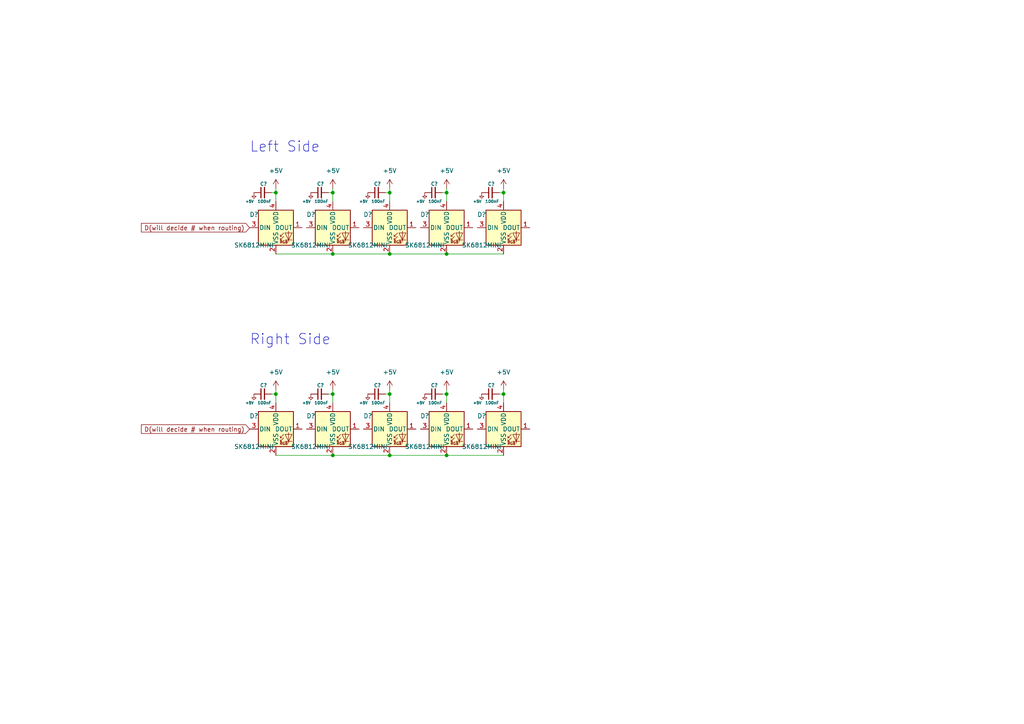
<source format=kicad_sch>
(kicad_sch (version 20211123) (generator eeschema)
  (paper "A4")
  (lib_symbols
    (symbol "Device:C_Small" (pin_numbers hide) (pin_names (offset 0.254) hide)
      (property "Reference" "C" (at 0.254 1.778 0))
      (property "Value" "C_Small" (at 0.254 -2.032 0))
      (symbol "C_Small_0_1"
        (polyline (pts (xy -1.524 -0.508) (xy 1.524 -0.508)) (stroke (width 0.3302)))
        (polyline (pts (xy -1.524 0.508) (xy 1.524 0.508)) (stroke (width 0.3048)))
      )
      (symbol "C_Small_1_1"
        (pin passive line (at 0 2.54 270) (length 2.032) (name "~") (number "1"))
        (pin passive line (at 0 -2.54 90) (length 2.032) (name "~") (number "2"))
      )
    )
    (symbol "LED:SK6812MINI" (pin_names (offset 0.254))
      (property "Reference" "D" (at 5.08 5.715 0))
      (property "Value" "SK6812MINI" (at 1.27 -5.715 0))
      (symbol "SK6812MINI_0_0"
        (text "RGB" (at 2.286 -4.191 0) (effects (font (size 0.762 0.762))))
      )
      (symbol "SK6812MINI_0_1"
        (polyline (pts (xy 1.27 -3.556) (xy 1.778 -3.556)))
        (polyline (pts (xy 1.27 -2.54) (xy 1.778 -2.54)))
        (polyline (pts (xy 4.699 -3.556) (xy 2.667 -3.556)))
        (polyline (pts (xy 2.286 -2.54) (xy 1.27 -3.556) (xy 1.27 -3.048)))
        (polyline (pts (xy 2.286 -1.524) (xy 1.27 -2.54) (xy 1.27 -2.032)))
        (polyline (pts (xy 3.683 -1.016) (xy 3.683 -3.556) (xy 3.683 -4.064)))
        (polyline (pts (xy 4.699 -1.524) (xy 2.667 -1.524) (xy 3.683 -3.556) (xy 4.699 -1.524)))
        (rectangle (start 5.08 5.08) (end -5.08 -5.08) (stroke (width 0.254)) (fill (type background)))
      )
      (symbol "SK6812MINI_1_1"
        (pin output line (at 7.62 0 180) (length 2.54) (name "DOUT") (number "1"))
        (pin power_in line (at 0 -7.62 90) (length 2.54) (name "VSS") (number "2"))
        (pin input line (at -7.62 0 0) (length 2.54) (name "DIN") (number "3"))
        (pin power_in line (at 0 7.62 270) (length 2.54) (name "VDD") (number "4"))
      )
    )
    (symbol "keyboard_parts:GND" (power) (pin_names (offset 0))
      (property "Value" "GND" (at 0 -2.54 0))
      (symbol "GND_0_0"
        (pin power_in line (at 0 0 90) (length 0) hide (name "+5V") (number "1"))
      )
      (symbol "GND_0_1"
        (polyline (pts (xy 0 -1.651) (xy 0.635 -1.016) (xy -0.635 -1.016) (xy 0 -1.651)))
      )
      (symbol "GND_1_1"
        (polyline (pts (xy 0 0) (xy 0 -1.016) (xy 0 -1.016)))
      )
    )
    (symbol "power:+5V" (power) (pin_names (offset 0))
      (property "Value" "+5V" (at 0 3.556 0))
      (symbol "+5V_0_1"
        (polyline (pts (xy -0.762 1.27) (xy 0 2.54)))
        (polyline (pts (xy 0 0) (xy 0 2.54)))
        (polyline (pts (xy 0 2.54) (xy 0.762 1.27)))
      )
      (symbol "+5V_1_1"
        (pin power_in line (at 0 0 90) (length 0) hide (name "+5V") (number "1"))
      )
    )
  )
  (junction (at 129.54 114.3))
  (junction (at 96.52 114.3))
  (junction (at 80.01 114.3))
  (junction (at 96.52 55.88))
  (junction (at 96.52 132.08))
  (junction (at 80.01 55.88))
  (junction (at 129.54 73.66))
  (junction (at 113.03 132.08))
  (junction (at 129.54 55.88))
  (junction (at 113.03 55.88))
  (junction (at 146.05 55.88))
  (junction (at 113.03 114.3))
  (junction (at 113.03 73.66))
  (junction (at 146.05 114.3))
  (junction (at 129.54 132.08))
  (junction (at 96.52 73.66))
  (wire (pts (xy 111.76 114.3) (xy 113.03 114.3)))
  (wire (pts (xy 129.54 73.66) (xy 146.05 73.66)))
  (wire (pts (xy 113.03 114.3) (xy 113.03 116.84)))
  (wire (pts (xy 113.03 113.03) (xy 113.03 114.3)))
  (wire (pts (xy 129.54 132.08) (xy 146.05 132.08)))
  (wire (pts (xy 96.52 113.03) (xy 96.52 114.3)))
  (wire (pts (xy 113.03 55.88) (xy 113.03 58.42)))
  (wire (pts (xy 80.01 54.61) (xy 80.01 55.88)))
  (wire (pts (xy 95.25 114.3) (xy 96.52 114.3)))
  (wire (pts (xy 146.05 113.03) (xy 146.05 114.3)))
  (wire (pts (xy 80.01 132.08) (xy 96.52 132.08)))
  (wire (pts (xy 113.03 54.61) (xy 113.03 55.88)))
  (wire (pts (xy 95.25 55.88) (xy 96.52 55.88)))
  (wire (pts (xy 80.01 113.03) (xy 80.01 114.3)))
  (wire (pts (xy 144.78 114.3) (xy 146.05 114.3)))
  (wire (pts (xy 111.76 55.88) (xy 113.03 55.88)))
  (wire (pts (xy 96.52 54.61) (xy 96.52 55.88)))
  (wire (pts (xy 78.74 55.88) (xy 80.01 55.88)))
  (wire (pts (xy 146.05 55.88) (xy 146.05 58.42)))
  (wire (pts (xy 80.01 73.66) (xy 96.52 73.66)))
  (wire (pts (xy 144.78 55.88) (xy 146.05 55.88)))
  (wire (pts (xy 128.27 55.88) (xy 129.54 55.88)))
  (wire (pts (xy 129.54 114.3) (xy 129.54 116.84)))
  (wire (pts (xy 146.05 114.3) (xy 146.05 116.84)))
  (wire (pts (xy 78.74 114.3) (xy 80.01 114.3)))
  (wire (pts (xy 96.52 114.3) (xy 96.52 116.84)))
  (wire (pts (xy 129.54 113.03) (xy 129.54 114.3)))
  (wire (pts (xy 96.52 73.66) (xy 113.03 73.66)))
  (wire (pts (xy 128.27 114.3) (xy 129.54 114.3)))
  (wire (pts (xy 96.52 132.08) (xy 113.03 132.08)))
  (wire (pts (xy 146.05 54.61) (xy 146.05 55.88)))
  (wire (pts (xy 113.03 73.66) (xy 129.54 73.66)))
  (wire (pts (xy 129.54 54.61) (xy 129.54 55.88)))
  (wire (pts (xy 113.03 132.08) (xy 129.54 132.08)))
  (wire (pts (xy 129.54 55.88) (xy 129.54 58.42)))
  (wire (pts (xy 96.52 55.88) (xy 96.52 58.42)))
  (wire (pts (xy 80.01 114.3) (xy 80.01 116.84)))
  (wire (pts (xy 80.01 55.88) (xy 80.01 58.42)))
  (text "Right Side\n" (at 72.39 100.33 0) (effects (font (size 3 3)) (justify left bottom)))
  (text "Left Side\n" (at 72.39 44.45 0) (effects (font (size 3 3)) (justify left bottom)))
  (global_label "D(will decide # when routing)" (shape input) (at 72.39 66.04 180) (property "Intersheet References" "${INTERSHEET_REFS}" (effects hide)))
  (global_label "D(will decide # when routing)" (shape input) (at 72.39 124.46 180) (property "Intersheet References" "${INTERSHEET_REFS}" (effects hide)))
  (symbol (lib_id "Device:C_Small") (at 92.71 114.3 90) (unit 1)
    (property "Reference" "C?" (at 93.98 111.76 90) (effects (font (size 1 1)) (justify left)))
    (property "Value" "100nF" (at 95.25 116.84 90) (effects (font (size 0.85 0.85)) (justify left)))
  )
  (symbol (lib_id "keyboard_parts:GND") (at 90.17 114.3 0) (unit 1)
    (property "Reference" "#PWR?" (effects hide))
    (property "Value" "GND" (at 88.9 116.84 0) (effects (font (size 0.762 0.762))))
  )
  (symbol (lib_id "LED:SK6812MINI") (at 146.05 124.46 0) (unit 1)
    (property "Reference" "D?" (at 139.7 120.65 0))
    (property "Value" "SK6812MINI" (at 139.7 129.54 0))
    (property "Footprint" "LED_SMD:LED_SK6812MINI_PLCC4_3.5x3.5mm_P1.75mm" (effects hide))
    (property "Datasheet" "https://cdn-shop.adafruit.com/product-files/2686/SK6812MINI_REV.01-1-2.pdf" (effects hide))
  )
  (symbol (lib_id "power:+5V") (at 80.01 54.61 0) (unit 1)
    (property "Reference" "#PWR?" (effects hide))
    (property "Value" "+5V" (at 80.01 49.53 0))
  )
  (symbol (lib_id "keyboard_parts:GND") (at 73.66 114.3 0) (unit 1)
    (property "Reference" "#PWR?" (effects hide))
    (property "Value" "GND" (at 72.39 116.84 0) (effects (font (size 0.762 0.762))))
  )
  (symbol (lib_id "Device:C_Small") (at 76.2 55.88 90) (unit 1)
    (property "Reference" "C?" (at 77.47 53.34 90) (effects (font (size 1 1)) (justify left)))
    (property "Value" "100nF" (at 78.74 58.42 90) (effects (font (size 0.85 0.85)) (justify left)))
  )
  (symbol (lib_id "keyboard_parts:GND") (at 106.68 55.88 0) (unit 1)
    (property "Reference" "#PWR?" (effects hide))
    (property "Value" "GND" (at 105.41 58.42 0) (effects (font (size 0.762 0.762))))
  )
  (symbol (lib_id "power:+5V") (at 113.03 113.03 0) (unit 1)
    (property "Reference" "#PWR?" (effects hide))
    (property "Value" "+5V" (at 113.03 107.95 0))
  )
  (symbol (lib_id "LED:SK6812MINI") (at 146.05 66.04 0) (unit 1)
    (property "Reference" "D?" (at 139.7 62.23 0))
    (property "Value" "SK6812MINI" (at 139.7 71.12 0))
    (property "Footprint" "LED_SMD:LED_SK6812MINI_PLCC4_3.5x3.5mm_P1.75mm" (effects hide))
    (property "Datasheet" "https://cdn-shop.adafruit.com/product-files/2686/SK6812MINI_REV.01-1-2.pdf" (effects hide))
  )
  (symbol (lib_id "Device:C_Small") (at 109.22 114.3 90) (unit 1)
    (property "Reference" "C?" (at 110.49 111.76 90) (effects (font (size 1 1)) (justify left)))
    (property "Value" "100nF" (at 111.76 116.84 90) (effects (font (size 0.85 0.85)) (justify left)))
  )
  (symbol (lib_id "power:+5V") (at 96.52 113.03 0) (unit 1)
    (property "Reference" "#PWR?" (effects hide))
    (property "Value" "+5V" (at 96.52 107.95 0))
  )
  (symbol (lib_id "Device:C_Small") (at 125.73 114.3 90) (unit 1)
    (property "Reference" "C?" (at 127 111.76 90) (effects (font (size 1 1)) (justify left)))
    (property "Value" "100nF" (at 128.27 116.84 90) (effects (font (size 0.85 0.85)) (justify left)))
  )
  (symbol (lib_id "keyboard_parts:GND") (at 139.7 114.3 0) (unit 1)
    (property "Reference" "#PWR?" (effects hide))
    (property "Value" "GND" (at 138.43 116.84 0) (effects (font (size 0.762 0.762))))
  )
  (symbol (lib_id "power:+5V") (at 129.54 54.61 0) (unit 1)
    (property "Reference" "#PWR?" (effects hide))
    (property "Value" "+5V" (at 129.54 49.53 0))
  )
  (symbol (lib_id "keyboard_parts:GND") (at 139.7 55.88 0) (unit 1)
    (property "Reference" "#PWR?" (effects hide))
    (property "Value" "GND" (at 138.43 58.42 0) (effects (font (size 0.762 0.762))))
  )
  (symbol (lib_id "LED:SK6812MINI") (at 129.54 66.04 0) (unit 1)
    (property "Reference" "D?" (at 123.19 62.23 0))
    (property "Value" "SK6812MINI" (at 123.19 71.12 0))
    (property "Footprint" "LED_SMD:LED_SK6812MINI_PLCC4_3.5x3.5mm_P1.75mm" (effects hide))
    (property "Datasheet" "https://cdn-shop.adafruit.com/product-files/2686/SK6812MINI_REV.01-1-2.pdf" (effects hide))
  )
  (symbol (lib_id "keyboard_parts:GND") (at 123.19 114.3 0) (unit 1)
    (property "Reference" "#PWR?" (effects hide))
    (property "Value" "GND" (at 121.92 116.84 0) (effects (font (size 0.762 0.762))))
  )
  (symbol (lib_id "LED:SK6812MINI") (at 80.01 124.46 0) (unit 1)
    (property "Reference" "D?" (at 73.66 120.65 0))
    (property "Value" "SK6812MINI" (at 73.66 129.54 0))
    (property "Footprint" "LED_SMD:LED_SK6812MINI_PLCC4_3.5x3.5mm_P1.75mm" (effects hide))
    (property "Datasheet" "https://cdn-shop.adafruit.com/product-files/2686/SK6812MINI_REV.01-1-2.pdf" (effects hide))
  )
  (symbol (lib_id "Device:C_Small") (at 142.24 114.3 90) (unit 1)
    (property "Reference" "C?" (at 143.51 111.76 90) (effects (font (size 1 1)) (justify left)))
    (property "Value" "100nF" (at 144.78 116.84 90) (effects (font (size 0.85 0.85)) (justify left)))
  )
  (symbol (lib_id "power:+5V") (at 96.52 54.61 0) (unit 1)
    (property "Reference" "#PWR?" (effects hide))
    (property "Value" "+5V" (at 96.52 49.53 0))
  )
  (symbol (lib_id "Device:C_Small") (at 109.22 55.88 90) (unit 1)
    (property "Reference" "C?" (at 110.49 53.34 90) (effects (font (size 1 1)) (justify left)))
    (property "Value" "100nF" (at 111.76 58.42 90) (effects (font (size 0.85 0.85)) (justify left)))
  )
  (symbol (lib_id "keyboard_parts:GND") (at 90.17 55.88 0) (unit 1)
    (property "Reference" "#PWR?" (effects hide))
    (property "Value" "GND" (at 88.9 58.42 0) (effects (font (size 0.762 0.762))))
  )
  (symbol (lib_id "power:+5V") (at 113.03 54.61 0) (unit 1)
    (property "Reference" "#PWR?" (effects hide))
    (property "Value" "+5V" (at 113.03 49.53 0))
  )
  (symbol (lib_id "LED:SK6812MINI") (at 113.03 66.04 0) (unit 1)
    (property "Reference" "D?" (at 106.68 62.23 0))
    (property "Value" "SK6812MINI" (at 106.68 71.12 0))
    (property "Footprint" "LED_SMD:LED_SK6812MINI_PLCC4_3.5x3.5mm_P1.75mm" (effects hide))
    (property "Datasheet" "https://cdn-shop.adafruit.com/product-files/2686/SK6812MINI_REV.01-1-2.pdf" (effects hide))
  )
  (symbol (lib_id "power:+5V") (at 146.05 113.03 0) (unit 1)
    (property "Reference" "#PWR?" (effects hide))
    (property "Value" "+5V" (at 146.05 107.95 0))
  )
  (symbol (lib_id "LED:SK6812MINI") (at 129.54 124.46 0) (unit 1)
    (property "Reference" "D?" (at 123.19 120.65 0))
    (property "Value" "SK6812MINI" (at 123.19 129.54 0))
    (property "Footprint" "LED_SMD:LED_SK6812MINI_PLCC4_3.5x3.5mm_P1.75mm" (effects hide))
    (property "Datasheet" "https://cdn-shop.adafruit.com/product-files/2686/SK6812MINI_REV.01-1-2.pdf" (effects hide))
  )
  (symbol (lib_id "LED:SK6812MINI") (at 113.03 124.46 0) (unit 1)
    (property "Reference" "D?" (at 106.68 120.65 0))
    (property "Value" "SK6812MINI" (at 106.68 129.54 0))
    (property "Footprint" "LED_SMD:LED_SK6812MINI_PLCC4_3.5x3.5mm_P1.75mm" (effects hide))
    (property "Datasheet" "https://cdn-shop.adafruit.com/product-files/2686/SK6812MINI_REV.01-1-2.pdf" (effects hide))
  )
  (symbol (lib_id "LED:SK6812MINI") (at 80.01 66.04 0) (unit 1)
    (property "Reference" "D?" (at 73.66 62.23 0))
    (property "Value" "SK6812MINI" (at 73.66 71.12 0))
    (property "Footprint" "LED_SMD:LED_SK6812MINI_PLCC4_3.5x3.5mm_P1.75mm" (effects hide))
    (property "Datasheet" "https://cdn-shop.adafruit.com/product-files/2686/SK6812MINI_REV.01-1-2.pdf" (effects hide))
  )
  (symbol (lib_id "power:+5V") (at 80.01 113.03 0) (unit 1)
    (property "Reference" "#PWR?" (effects hide))
    (property "Value" "+5V" (at 80.01 107.95 0))
  )
  (symbol (lib_id "LED:SK6812MINI") (at 96.52 124.46 0) (unit 1)
    (property "Reference" "D?" (at 90.17 120.65 0))
    (property "Value" "SK6812MINI" (at 90.17 129.54 0))
    (property "Footprint" "LED_SMD:LED_SK6812MINI_PLCC4_3.5x3.5mm_P1.75mm" (effects hide))
    (property "Datasheet" "https://cdn-shop.adafruit.com/product-files/2686/SK6812MINI_REV.01-1-2.pdf" (effects hide))
  )
  (symbol (lib_id "power:+5V") (at 129.54 113.03 0) (unit 1)
    (property "Reference" "#PWR?" (effects hide))
    (property "Value" "+5V" (at 129.54 107.95 0))
  )
  (symbol (lib_id "Device:C_Small") (at 92.71 55.88 90) (unit 1)
    (property "Reference" "C?" (at 93.98 53.34 90) (effects (font (size 1 1)) (justify left)))
    (property "Value" "100nF" (at 95.25 58.42 90) (effects (font (size 0.85 0.85)) (justify left)))
  )
  (symbol (lib_id "power:+5V") (at 146.05 54.61 0) (unit 1)
    (property "Reference" "#PWR?" (effects hide))
    (property "Value" "+5V" (at 146.05 49.53 0))
  )
  (symbol (lib_id "keyboard_parts:GND") (at 106.68 114.3 0) (unit 1)
    (property "Reference" "#PWR?" (effects hide))
    (property "Value" "GND" (at 105.41 116.84 0) (effects (font (size 0.762 0.762))))
  )
  (symbol (lib_id "keyboard_parts:GND") (at 123.19 55.88 0) (unit 1)
    (property "Reference" "#PWR?" (effects hide))
    (property "Value" "GND" (at 121.92 58.42 0) (effects (font (size 0.762 0.762))))
  )
  (symbol (lib_id "LED:SK6812MINI") (at 96.52 66.04 0) (unit 1)
    (property "Reference" "D?" (at 90.17 62.23 0))
    (property "Value" "SK6812MINI" (at 90.17 71.12 0))
    (property "Footprint" "LED_SMD:LED_SK6812MINI_PLCC4_3.5x3.5mm_P1.75mm" (effects hide))
    (property "Datasheet" "https://cdn-shop.adafruit.com/product-files/2686/SK6812MINI_REV.01-1-2.pdf" (effects hide))
  )
  (symbol (lib_id "keyboard_parts:GND") (at 73.66 55.88 0) (unit 1)
    (property "Reference" "#PWR?" (effects hide))
    (property "Value" "GND" (at 72.39 58.42 0) (effects (font (size 0.762 0.762))))
  )
  (symbol (lib_id "Device:C_Small") (at 76.2 114.3 90) (unit 1)
    (property "Reference" "C?" (at 77.47 111.76 90) (effects (font (size 1 1)) (justify left)))
    (property "Value" "100nF" (at 78.74 116.84 90) (effects (font (size 0.85 0.85)) (justify left)))
  )
  (symbol (lib_id "Device:C_Small") (at 125.73 55.88 90) (unit 1)
    (property "Reference" "C?" (at 127 53.34 90) (effects (font (size 1 1)) (justify left)))
    (property "Value" "100nF" (at 128.27 58.42 90) (effects (font (size 0.85 0.85)) (justify left)))
  )
  (symbol (lib_id "Device:C_Small") (at 142.24 55.88 90) (unit 1)
    (property "Reference" "C?" (at 143.51 53.34 90) (effects (font (size 1 1)) (justify left)))
    (property "Value" "100nF" (at 144.78 58.42 90) (effects (font (size 0.85 0.85)) (justify left)))
  )
)
</source>
